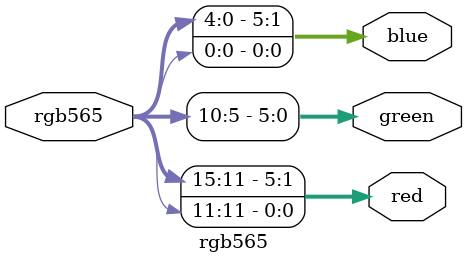
<source format=v>
`default_nettype none
module rgb565 (
    input [15:0] rgb565,

    output [5:0] red,
    output [5:0] green,
    output [5:0] blue
);
    /* map out the pixel's data:
         rrrr rggg  gggb bbbb
       red and blue are only 5-bit, so we duplicate the LSB to make 6-bit values */
    assign red[5:0]   = { rgb565[15:11], rgb565[11] };
    assign green[5:0] = { rgb565[10:5] };
    assign blue[5:0]  = { rgb565[4:0], rgb565[0] };
endmodule

</source>
